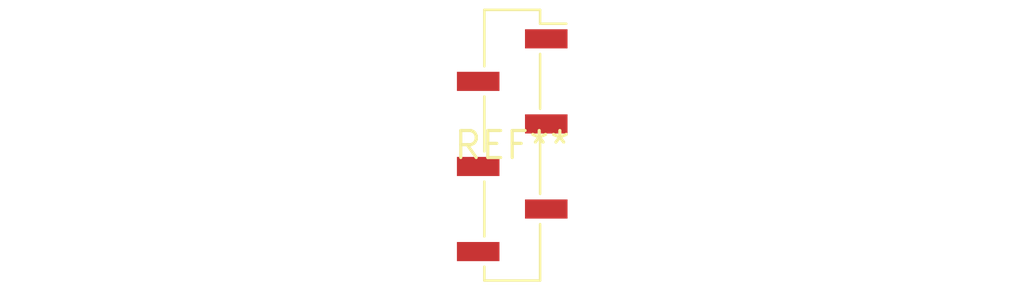
<source format=kicad_pcb>
(kicad_pcb (version 20240108) (generator pcbnew)
  (layers (0 "F.Cu" signal) (31 "B.Cu" signal) (34 "B.Paste" user) (35 "F.Paste" user) (36 "B.SilkS" user "B.Silkscreen") (37 "F.SilkS" user "F.Silkscreen") (38 "B.Mask" user) (39 "F.Mask" user) (44 "Edge.Cuts" user))
  (net 0 "")
  (footprint "PinSocket_1x06_P2.00mm_Vertical_SMD_Pin1Right" (layer "F.Cu") (at 0 0)
    (property "Reference" "REF**")
    (property "Value" "PinSocket_1x06_P2.00mm_Vertical_SMD_Pin1Right")
    (fp_line (start -1.31 -6.36) (end -1.31 -3.71) (layer "F.SilkS") (stroke (width 0.12)))
    (fp_line (start -1.31 -6.36) (end 1.31 -6.36) (layer "F.SilkS") (stroke (width 0.12)))
    (fp_line (start -1.31 -2.29) (end -1.31 0.29) (layer "F.SilkS") (stroke (width 0.12)))
    (fp_line (start -1.31 1.71) (end -1.31 4.29) (layer "F.SilkS") (stroke (width 0.12)))
    (fp_line (start -1.31 5.71) (end -1.31 6.36) (layer "F.SilkS") (stroke (width 0.12)))
    (fp_line (start -1.31 6.36) (end 1.31 6.36) (layer "F.SilkS") (stroke (width 0.12)))
    (fp_line (start 1.31 -6.36) (end 1.31 -5.71) (layer "F.SilkS") (stroke (width 0.12)))
    (fp_line (start 1.31 -5.71) (end 2.54 -5.71) (layer "F.SilkS") (stroke (width 0.12)))
    (fp_line (start 1.31 -4.29) (end 1.31 -1.71) (layer "F.SilkS") (stroke (width 0.12)))
    (fp_line (start 1.31 -0.29) (end 1.31 2.29) (layer "F.SilkS") (stroke (width 0.12)))
    (fp_line (start 1.31 3.71) (end 1.31 6.36) (layer "F.SilkS") (stroke (width 0.12)))
    (pad "1" smd rect (at 1.6 -5) (size 2 0.9) (layers "F.Cu" "F.Paste" "F.Mask"))
    (pad "2" smd rect (at -1.6 -3) (size 2 0.9) (layers "F.Cu" "F.Paste" "F.Mask"))
    (pad "3" smd rect (at 1.6 -1) (size 2 0.9) (layers "F.Cu" "F.Paste" "F.Mask"))
    (pad "4" smd rect (at -1.6 1) (size 2 0.9) (layers "F.Cu" "F.Paste" "F.Mask"))
    (pad "5" smd rect (at 1.6 3) (size 2 0.9) (layers "F.Cu" "F.Paste" "F.Mask"))
    (pad "6" smd rect (at -1.6 5) (size 2 0.9) (layers "F.Cu" "F.Paste" "F.Mask"))
  )
)
</source>
